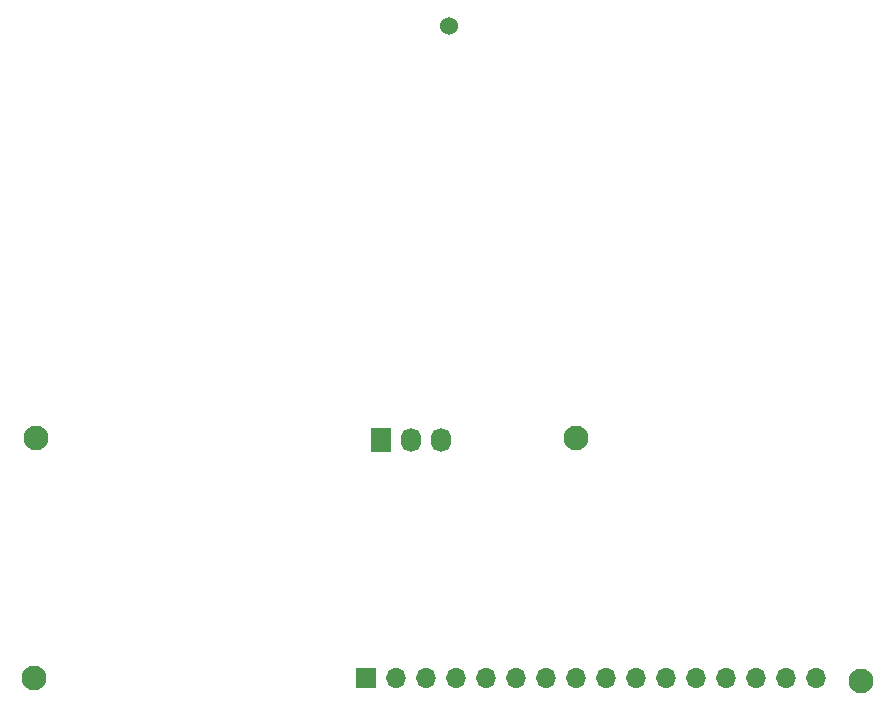
<source format=gbs>
%TF.GenerationSoftware,KiCad,Pcbnew,(6.0.7)*%
%TF.CreationDate,2022-11-29T16:33:33-07:00*%
%TF.ProjectId,attiny_rfid_light,61747469-6e79-45f7-9266-69645f6c6967,rev?*%
%TF.SameCoordinates,Original*%
%TF.FileFunction,Soldermask,Bot*%
%TF.FilePolarity,Negative*%
%FSLAX46Y46*%
G04 Gerber Fmt 4.6, Leading zero omitted, Abs format (unit mm)*
G04 Created by KiCad (PCBNEW (6.0.7)) date 2022-11-29 16:33:33*
%MOMM*%
%LPD*%
G01*
G04 APERTURE LIST*
%ADD10R,1.700000X1.700000*%
%ADD11O,1.700000X1.700000*%
%ADD12C,2.100000*%
%ADD13R,1.730000X2.030000*%
%ADD14O,1.730000X2.030000*%
%ADD15C,1.524000*%
G04 APERTURE END LIST*
D10*
X96520000Y-152400000D03*
D11*
X99060000Y-152400000D03*
X101600000Y-152400000D03*
X104140000Y-152400000D03*
X106680000Y-152400000D03*
X109220000Y-152400000D03*
X111760000Y-152400000D03*
X114300000Y-152400000D03*
X116840000Y-152400000D03*
X119380000Y-152400000D03*
X121920000Y-152400000D03*
X124460000Y-152400000D03*
X127000000Y-152400000D03*
X129540000Y-152400000D03*
X132080000Y-152400000D03*
X134620000Y-152400000D03*
D12*
X114300000Y-132080000D03*
D13*
X97765700Y-132243300D03*
D14*
X100305700Y-132243300D03*
X102845700Y-132243300D03*
D12*
X68580000Y-132080000D03*
D15*
X103553500Y-97133234D03*
D12*
X138420400Y-152599000D03*
X68400500Y-152358700D03*
M02*

</source>
